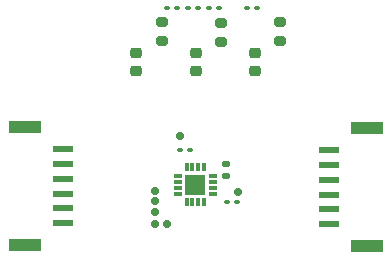
<source format=gbr>
%TF.GenerationSoftware,KiCad,Pcbnew,9.0.3*%
%TF.CreationDate,2025-09-12T10:42:05+02:00*%
%TF.ProjectId,FOC_CONTROLLER_V1,464f435f-434f-44e5-9452-4f4c4c45525f,rev?*%
%TF.SameCoordinates,Original*%
%TF.FileFunction,Paste,Bot*%
%TF.FilePolarity,Positive*%
%FSLAX46Y46*%
G04 Gerber Fmt 4.6, Leading zero omitted, Abs format (unit mm)*
G04 Created by KiCad (PCBNEW 9.0.3) date 2025-09-12 10:42:05*
%MOMM*%
%LPD*%
G01*
G04 APERTURE LIST*
G04 Aperture macros list*
%AMRoundRect*
0 Rectangle with rounded corners*
0 $1 Rounding radius*
0 $2 $3 $4 $5 $6 $7 $8 $9 X,Y pos of 4 corners*
0 Add a 4 corners polygon primitive as box body*
4,1,4,$2,$3,$4,$5,$6,$7,$8,$9,$2,$3,0*
0 Add four circle primitives for the rounded corners*
1,1,$1+$1,$2,$3*
1,1,$1+$1,$4,$5*
1,1,$1+$1,$6,$7*
1,1,$1+$1,$8,$9*
0 Add four rect primitives between the rounded corners*
20,1,$1+$1,$2,$3,$4,$5,0*
20,1,$1+$1,$4,$5,$6,$7,0*
20,1,$1+$1,$6,$7,$8,$9,0*
20,1,$1+$1,$8,$9,$2,$3,0*%
G04 Aperture macros list end*
%ADD10RoundRect,0.225000X0.250000X-0.225000X0.250000X0.225000X-0.250000X0.225000X-0.250000X-0.225000X0*%
%ADD11RoundRect,0.090000X0.139000X0.090000X-0.139000X0.090000X-0.139000X-0.090000X0.139000X-0.090000X0*%
%ADD12R,1.700000X0.600000*%
%ADD13R,2.700000X1.000000*%
%ADD14RoundRect,0.200000X-0.275000X0.200000X-0.275000X-0.200000X0.275000X-0.200000X0.275000X0.200000X0*%
%ADD15R,0.120000X0.500000*%
%ADD16C,0.700000*%
%ADD17RoundRect,0.090000X-0.139000X-0.090000X0.139000X-0.090000X0.139000X0.090000X-0.139000X0.090000X0*%
%ADD18R,0.300000X0.800000*%
%ADD19R,0.800000X0.300000*%
%ADD20R,1.800000X1.800000*%
%ADD21RoundRect,0.140000X0.170000X-0.140000X0.170000X0.140000X-0.170000X0.140000X-0.170000X-0.140000X0*%
G04 APERTURE END LIST*
D10*
%TO.C,C20*%
X94960000Y-90375000D03*
X94960000Y-88825000D03*
%TD*%
D11*
%TO.C,R41*%
X100232500Y-85020000D03*
X99367500Y-85020000D03*
%TD*%
D12*
%TO.C,J1*%
X88800000Y-103250000D03*
X88800000Y-102000000D03*
X88800000Y-100750000D03*
X88800000Y-99500000D03*
X88800000Y-98250000D03*
X88800000Y-97000000D03*
D13*
X85600000Y-105100000D03*
X85600000Y-95150000D03*
%TD*%
D12*
%TO.C,J2*%
X111323885Y-97086500D03*
X111323885Y-98336500D03*
X111323885Y-99586500D03*
X111323885Y-100836500D03*
X111323885Y-102086500D03*
X111323885Y-103336500D03*
D13*
X114523885Y-95236500D03*
X114523885Y-105186500D03*
%TD*%
D14*
%TO.C,R49*%
X102130000Y-86290000D03*
D15*
X102130000Y-86540000D03*
X102130000Y-87640000D03*
D14*
X102130000Y-87890000D03*
%TD*%
D16*
%TO.C,TP8*%
X97600000Y-103300000D03*
%TD*%
D17*
%TO.C,R39*%
X102697500Y-101460000D03*
X103562500Y-101460000D03*
%TD*%
D11*
%TO.C,R45*%
X105222500Y-85010000D03*
X104357500Y-85010000D03*
%TD*%
D16*
%TO.C,TP10*%
X96600000Y-101400000D03*
%TD*%
D10*
%TO.C,C17*%
X105010000Y-90375000D03*
X105010000Y-88825000D03*
%TD*%
D11*
%TO.C,R43*%
X98462500Y-85030000D03*
X97597500Y-85030000D03*
%TD*%
D16*
%TO.C,TP15*%
X96600000Y-103300000D03*
%TD*%
D17*
%TO.C,R38*%
X98657500Y-97070000D03*
X99522500Y-97070000D03*
%TD*%
D16*
%TO.C,TP12*%
X103600000Y-100600000D03*
%TD*%
%TO.C,TP9*%
X96600000Y-102300000D03*
%TD*%
D18*
%TO.C,IC2*%
X100750000Y-101500000D03*
X100250000Y-101500000D03*
X99750000Y-101500000D03*
X99250000Y-101500000D03*
D19*
X98500000Y-100750000D03*
X98500000Y-100250000D03*
X98500000Y-99750000D03*
X98500000Y-99250000D03*
D18*
X99250000Y-98500000D03*
X99750000Y-98500000D03*
X100250000Y-98500000D03*
X100750000Y-98500000D03*
D19*
X101500000Y-99250000D03*
X101500000Y-99750000D03*
X101500000Y-100250000D03*
X101500000Y-100750000D03*
D20*
X100000000Y-100000000D03*
%TD*%
D14*
%TO.C,R50*%
X107180000Y-86260000D03*
D15*
X107180000Y-86510000D03*
X107180000Y-87610000D03*
D14*
X107180000Y-87860000D03*
%TD*%
D11*
%TO.C,R44*%
X102002500Y-85010000D03*
X101137500Y-85010000D03*
%TD*%
D16*
%TO.C,TP13*%
X96600000Y-100500000D03*
%TD*%
%TO.C,TP11*%
X98700000Y-95900000D03*
%TD*%
D21*
%TO.C,C22*%
X102630000Y-99240000D03*
X102630000Y-98280000D03*
%TD*%
D14*
%TO.C,R48*%
X97170000Y-86250000D03*
D15*
X97170000Y-86500000D03*
X97170000Y-87600000D03*
D14*
X97170000Y-87850000D03*
%TD*%
D10*
%TO.C,C13*%
X100020000Y-90375000D03*
X100020000Y-88825000D03*
%TD*%
M02*

</source>
